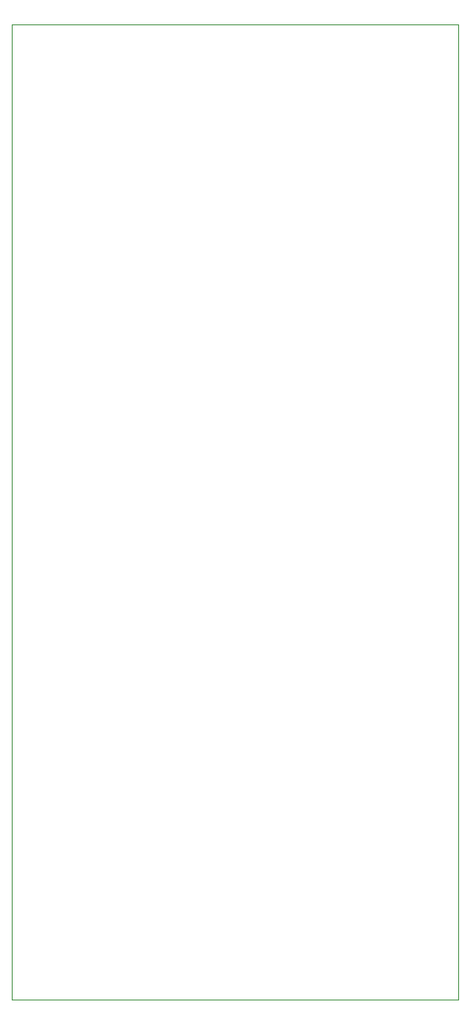
<source format=gm1>
G04 #@! TF.GenerationSoftware,KiCad,Pcbnew,(6.0.9)*
G04 #@! TF.CreationDate,2022-12-25T16:52:33+09:00*
G04 #@! TF.ProjectId,musicboxmod,6d757369-6362-46f7-986d-6f642e6b6963,rev?*
G04 #@! TF.SameCoordinates,PX791ddc0PY791ddc0*
G04 #@! TF.FileFunction,Profile,NP*
%FSLAX46Y46*%
G04 Gerber Fmt 4.6, Leading zero omitted, Abs format (unit mm)*
G04 Created by KiCad (PCBNEW (6.0.9)) date 2022-12-25 16:52:33*
%MOMM*%
%LPD*%
G01*
G04 APERTURE LIST*
G04 #@! TA.AperFunction,Profile*
%ADD10C,0.050000*%
G04 #@! TD*
G04 APERTURE END LIST*
D10*
X0Y0D02*
X45000000Y0D01*
X45000000Y0D02*
X45000000Y98000000D01*
X45000000Y98000000D02*
X0Y98000000D01*
X0Y98000000D02*
X0Y0D01*
M02*

</source>
